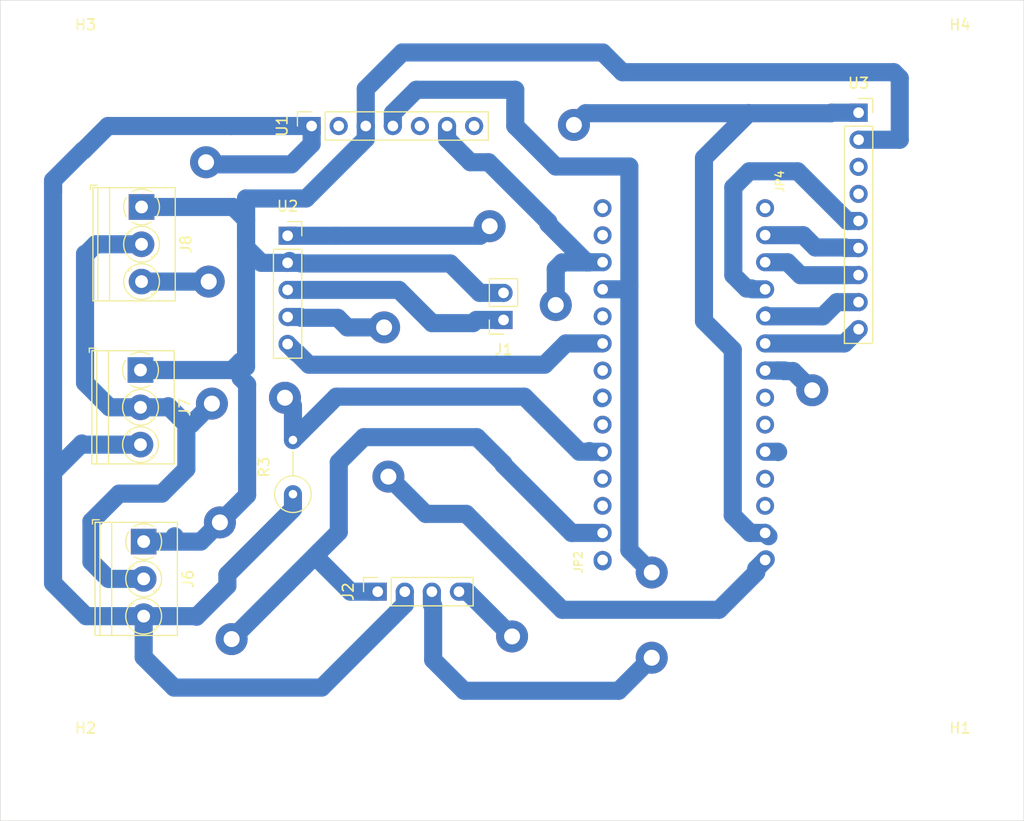
<source format=kicad_pcb>
(kicad_pcb (version 20171130) (host pcbnew 5.1.4-e60b266~84~ubuntu18.04.1)

  (general
    (thickness 1.6)
    (drawings 4)
    (tracks 229)
    (zones 0)
    (modules 15)
    (nets 13)
  )

  (page A4)
  (layers
    (0 Top signal)
    (1 Route2 signal)
    (2 Route15 signal)
    (31 Bottom signal)
    (32 B.Adhes user)
    (33 F.Adhes user)
    (34 B.Paste user)
    (35 F.Paste user)
    (36 B.SilkS user)
    (37 F.SilkS user)
    (38 B.Mask user)
    (39 F.Mask user)
    (40 Dwgs.User user)
    (41 Cmts.User user)
    (42 Eco1.User user)
    (43 Eco2.User user)
    (44 Edge.Cuts user)
    (45 Margin user)
    (46 B.CrtYd user)
    (47 F.CrtYd user)
    (48 B.Fab user)
    (49 F.Fab user)
  )

  (setup
    (last_trace_width 1.7)
    (user_trace_width 1.7)
    (user_trace_width 3)
    (trace_clearance 0.2)
    (zone_clearance 0.508)
    (zone_45_only no)
    (trace_min 0.2)
    (via_size 0.8)
    (via_drill 0.4)
    (via_min_size 0.4)
    (via_min_drill 0.3)
    (user_via 3 1.5)
    (uvia_size 0.3)
    (uvia_drill 0.1)
    (uvias_allowed no)
    (uvia_min_size 0.2)
    (uvia_min_drill 0.1)
    (edge_width 0.05)
    (segment_width 0.2)
    (pcb_text_width 0.3)
    (pcb_text_size 1.5 1.5)
    (mod_edge_width 0.12)
    (mod_text_size 1 1)
    (mod_text_width 0.15)
    (pad_size 1.524 1.524)
    (pad_drill 0.762)
    (pad_to_mask_clearance 0.051)
    (solder_mask_min_width 0.25)
    (aux_axis_origin 0 76.75)
    (visible_elements FFFFFF7F)
    (pcbplotparams
      (layerselection 0x01000_fffffff8)
      (usegerberextensions false)
      (usegerberattributes false)
      (usegerberadvancedattributes false)
      (creategerberjobfile false)
      (excludeedgelayer true)
      (linewidth 0.100000)
      (plotframeref false)
      (viasonmask false)
      (mode 1)
      (useauxorigin true)
      (hpglpennumber 1)
      (hpglpenspeed 20)
      (hpglpendiameter 15.000000)
      (psnegative false)
      (psa4output false)
      (plotreference false)
      (plotvalue false)
      (plotinvisibletext false)
      (padsonsilk false)
      (subtractmaskfromsilk false)
      (outputformat 1)
      (mirror false)
      (drillshape 0)
      (scaleselection 1)
      (outputdirectory "mill_v"))
  )

  (net 0 "")
  (net 1 GND)
  (net 2 MOSI)
  (net 3 MISO)
  (net 4 SCK)
  (net 5 +3V3)
  (net 6 "Net-(J1-Pad1)")
  (net 7 D12)
  (net 8 TIMER)
  (net 9 LORA_RST)
  (net 10 LORA_CS)
  (net 11 SDA)
  (net 12 SCL)

  (net_class Default "This is the default net class."
    (clearance 0.2)
    (trace_width 0.25)
    (via_dia 0.8)
    (via_drill 0.4)
    (uvia_dia 0.3)
    (uvia_drill 0.1)
    (add_net +3V3)
    (add_net D12)
    (add_net GND)
    (add_net LORA_CS)
    (add_net LORA_RST)
    (add_net MISO)
    (add_net MOSI)
    (add_net "Net-(J1-Pad1)")
    (add_net SCK)
    (add_net SCL)
    (add_net SDA)
    (add_net TIMER)
  )

  (module ib4:1X14_ROUND70 (layer Top) (tedit 0) (tstamp 5DA2F3C6)
    (at 56.4938 36.0154 90)
    (path /FA93C76E)
    (fp_text reference JP2 (at -17.8562 -1.8288 90) (layer F.SilkS)
      (effects (font (size 0.77216 0.77216) (thickness 0.138988)) (justify left bottom))
    )
    (fp_text value HEADER-1X14 (at -17.78 3.175 90) (layer F.Fab)
      (effects (font (size 0.38608 0.38608) (thickness 0.038608)) (justify left bottom))
    )
    (fp_line (start -17.78 -0.635) (end -17.78 0.635) (layer F.Fab) (width 0.2032))
    (fp_poly (pts (xy 3.556 0.254) (xy 4.064 0.254) (xy 4.064 -0.254) (xy 3.556 -0.254)) (layer F.Fab) (width 0))
    (fp_poly (pts (xy 1.016 0.254) (xy 1.524 0.254) (xy 1.524 -0.254) (xy 1.016 -0.254)) (layer F.Fab) (width 0))
    (fp_poly (pts (xy -1.524 0.254) (xy -1.016 0.254) (xy -1.016 -0.254) (xy -1.524 -0.254)) (layer F.Fab) (width 0))
    (fp_poly (pts (xy -4.064 0.254) (xy -3.556 0.254) (xy -3.556 -0.254) (xy -4.064 -0.254)) (layer F.Fab) (width 0))
    (fp_poly (pts (xy -6.604 0.254) (xy -6.096 0.254) (xy -6.096 -0.254) (xy -6.604 -0.254)) (layer F.Fab) (width 0))
    (fp_poly (pts (xy -9.144 0.254) (xy -8.636 0.254) (xy -8.636 -0.254) (xy -9.144 -0.254)) (layer F.Fab) (width 0))
    (fp_poly (pts (xy -11.684 0.254) (xy -11.176 0.254) (xy -11.176 -0.254) (xy -11.684 -0.254)) (layer F.Fab) (width 0))
    (fp_poly (pts (xy -14.224 0.254) (xy -13.716 0.254) (xy -13.716 -0.254) (xy -14.224 -0.254)) (layer F.Fab) (width 0))
    (fp_poly (pts (xy -16.764 0.254) (xy -16.256 0.254) (xy -16.256 -0.254) (xy -16.764 -0.254)) (layer F.Fab) (width 0))
    (fp_poly (pts (xy 6.096 0.254) (xy 6.604 0.254) (xy 6.604 -0.254) (xy 6.096 -0.254)) (layer F.Fab) (width 0))
    (fp_poly (pts (xy 8.636 0.254) (xy 9.144 0.254) (xy 9.144 -0.254) (xy 8.636 -0.254)) (layer F.Fab) (width 0))
    (fp_poly (pts (xy 11.176 0.254) (xy 11.684 0.254) (xy 11.684 -0.254) (xy 11.176 -0.254)) (layer F.Fab) (width 0))
    (fp_poly (pts (xy 13.716 0.254) (xy 14.224 0.254) (xy 14.224 -0.254) (xy 13.716 -0.254)) (layer F.Fab) (width 0))
    (fp_poly (pts (xy 16.256 0.254) (xy 16.764 0.254) (xy 16.764 -0.254) (xy 16.256 -0.254)) (layer F.Fab) (width 0))
    (pad 1 thru_hole circle (at -16.51 0 180) (size 1.6764 1.6764) (drill 1) (layers *.Cu *.Mask)
      (solder_mask_margin 0.0508))
    (pad 2 thru_hole circle (at -13.97 0 180) (size 1.6764 1.6764) (drill 1) (layers *.Cu *.Mask)
      (net 1 GND) (solder_mask_margin 0.0508))
    (pad 3 thru_hole circle (at -11.43 0 180) (size 1.6764 1.6764) (drill 1) (layers *.Cu *.Mask)
      (solder_mask_margin 0.0508))
    (pad 4 thru_hole circle (at -8.89 0 180) (size 1.6764 1.6764) (drill 1) (layers *.Cu *.Mask)
      (solder_mask_margin 0.0508))
    (pad 5 thru_hole circle (at -6.35 0 180) (size 1.6764 1.6764) (drill 1) (layers *.Cu *.Mask)
      (net 7 D12) (solder_mask_margin 0.0508))
    (pad 6 thru_hole circle (at -3.81 0 180) (size 1.6764 1.6764) (drill 1) (layers *.Cu *.Mask)
      (solder_mask_margin 0.0508))
    (pad 7 thru_hole circle (at -1.27 0 180) (size 1.6764 1.6764) (drill 1) (layers *.Cu *.Mask)
      (solder_mask_margin 0.0508))
    (pad 8 thru_hole circle (at 1.27 0 180) (size 1.6764 1.6764) (drill 1) (layers *.Cu *.Mask)
      (solder_mask_margin 0.0508))
    (pad 9 thru_hole circle (at 3.81 0 180) (size 1.6764 1.6764) (drill 1) (layers *.Cu *.Mask)
      (solder_mask_margin 0.0508))
    (pad 10 thru_hole circle (at 6.35 0 180) (size 1.6764 1.6764) (drill 1) (layers *.Cu *.Mask)
      (solder_mask_margin 0.0508))
    (pad 11 thru_hole circle (at 8.89 0 180) (size 1.6764 1.6764) (drill 1) (layers *.Cu *.Mask)
      (net 12 SCL) (solder_mask_margin 0.0508))
    (pad 12 thru_hole circle (at 11.43 0 180) (size 1.6764 1.6764) (drill 1) (layers *.Cu *.Mask)
      (net 11 SDA) (solder_mask_margin 0.0508))
    (pad 13 thru_hole circle (at 13.97 0 180) (size 1.6764 1.6764) (drill 1) (layers *.Cu *.Mask)
      (solder_mask_margin 0.0508))
    (pad 14 thru_hole circle (at 16.51 0 180) (size 1.6764 1.6764) (drill 1) (layers *.Cu *.Mask)
      (solder_mask_margin 0.0508))
  )

  (module ib4:1X14_ROUND70 (layer Top) (tedit 0) (tstamp 5DA2F426)
    (at 71.7338 36.0154 270)
    (path /47274FB3)
    (fp_text reference JP4 (at -17.8562 -1.8288 90) (layer F.SilkS)
      (effects (font (size 0.77216 0.77216) (thickness 0.138988)) (justify left bottom))
    )
    (fp_text value HEADER-1X14 (at -17.78 3.175 90) (layer F.Fab)
      (effects (font (size 0.38608 0.38608) (thickness 0.038608)) (justify left bottom))
    )
    (fp_line (start -17.78 -0.635) (end -17.78 0.635) (layer F.Fab) (width 0.2032))
    (fp_poly (pts (xy 3.556 0.254) (xy 4.064 0.254) (xy 4.064 -0.254) (xy 3.556 -0.254)) (layer F.Fab) (width 0))
    (fp_poly (pts (xy 1.016 0.254) (xy 1.524 0.254) (xy 1.524 -0.254) (xy 1.016 -0.254)) (layer F.Fab) (width 0))
    (fp_poly (pts (xy -1.524 0.254) (xy -1.016 0.254) (xy -1.016 -0.254) (xy -1.524 -0.254)) (layer F.Fab) (width 0))
    (fp_poly (pts (xy -4.064 0.254) (xy -3.556 0.254) (xy -3.556 -0.254) (xy -4.064 -0.254)) (layer F.Fab) (width 0))
    (fp_poly (pts (xy -6.604 0.254) (xy -6.096 0.254) (xy -6.096 -0.254) (xy -6.604 -0.254)) (layer F.Fab) (width 0))
    (fp_poly (pts (xy -9.144 0.254) (xy -8.636 0.254) (xy -8.636 -0.254) (xy -9.144 -0.254)) (layer F.Fab) (width 0))
    (fp_poly (pts (xy -11.684 0.254) (xy -11.176 0.254) (xy -11.176 -0.254) (xy -11.684 -0.254)) (layer F.Fab) (width 0))
    (fp_poly (pts (xy -14.224 0.254) (xy -13.716 0.254) (xy -13.716 -0.254) (xy -14.224 -0.254)) (layer F.Fab) (width 0))
    (fp_poly (pts (xy -16.764 0.254) (xy -16.256 0.254) (xy -16.256 -0.254) (xy -16.764 -0.254)) (layer F.Fab) (width 0))
    (fp_poly (pts (xy 6.096 0.254) (xy 6.604 0.254) (xy 6.604 -0.254) (xy 6.096 -0.254)) (layer F.Fab) (width 0))
    (fp_poly (pts (xy 8.636 0.254) (xy 9.144 0.254) (xy 9.144 -0.254) (xy 8.636 -0.254)) (layer F.Fab) (width 0))
    (fp_poly (pts (xy 11.176 0.254) (xy 11.684 0.254) (xy 11.684 -0.254) (xy 11.176 -0.254)) (layer F.Fab) (width 0))
    (fp_poly (pts (xy 13.716 0.254) (xy 14.224 0.254) (xy 14.224 -0.254) (xy 13.716 -0.254)) (layer F.Fab) (width 0))
    (fp_poly (pts (xy 16.256 0.254) (xy 16.764 0.254) (xy 16.764 -0.254) (xy 16.256 -0.254)) (layer F.Fab) (width 0))
    (pad 1 thru_hole circle (at -16.51 0) (size 1.6764 1.6764) (drill 1) (layers *.Cu *.Mask)
      (solder_mask_margin 0.0508))
    (pad 2 thru_hole circle (at -13.97 0) (size 1.6764 1.6764) (drill 1) (layers *.Cu *.Mask)
      (net 3 MISO) (solder_mask_margin 0.0508))
    (pad 3 thru_hole circle (at -11.43 0) (size 1.6764 1.6764) (drill 1) (layers *.Cu *.Mask)
      (net 2 MOSI) (solder_mask_margin 0.0508))
    (pad 4 thru_hole circle (at -8.89 0) (size 1.6764 1.6764) (drill 1) (layers *.Cu *.Mask)
      (net 4 SCK) (solder_mask_margin 0.0508))
    (pad 5 thru_hole circle (at -6.35 0) (size 1.6764 1.6764) (drill 1) (layers *.Cu *.Mask)
      (net 10 LORA_CS) (solder_mask_margin 0.0508))
    (pad 6 thru_hole circle (at -3.81 0) (size 1.6764 1.6764) (drill 1) (layers *.Cu *.Mask)
      (net 9 LORA_RST) (solder_mask_margin 0.0508))
    (pad 7 thru_hole circle (at -1.27 0) (size 1.6764 1.6764) (drill 1) (layers *.Cu *.Mask)
      (solder_mask_margin 0.0508))
    (pad 8 thru_hole circle (at 1.27 0) (size 1.6764 1.6764) (drill 1) (layers *.Cu *.Mask)
      (solder_mask_margin 0.0508))
    (pad 9 thru_hole circle (at 3.81 0) (size 1.6764 1.6764) (drill 1) (layers *.Cu *.Mask)
      (solder_mask_margin 0.0508))
    (pad 10 thru_hole circle (at 6.35 0) (size 1.6764 1.6764) (drill 1) (layers *.Cu *.Mask)
      (solder_mask_margin 0.0508))
    (pad 11 thru_hole circle (at 8.89 0) (size 1.6764 1.6764) (drill 1) (layers *.Cu *.Mask)
      (solder_mask_margin 0.0508))
    (pad 12 thru_hole circle (at 11.43 0) (size 1.6764 1.6764) (drill 1) (layers *.Cu *.Mask)
      (solder_mask_margin 0.0508))
    (pad 13 thru_hole circle (at 13.97 0) (size 1.6764 1.6764) (drill 1) (layers *.Cu *.Mask)
      (net 5 +3V3) (solder_mask_margin 0.0508))
    (pad 14 thru_hole circle (at 16.51 0) (size 1.6764 1.6764) (drill 1) (layers *.Cu *.Mask)
      (net 8 TIMER) (solder_mask_margin 0.0508))
  )

  (module MountingHole:MountingHole_2.7mm_M2.5 (layer Top) (tedit 56D1B4CB) (tstamp 5DBCCBB8)
    (at 90 72)
    (descr "Mounting Hole 2.7mm, no annular, M2.5")
    (tags "mounting hole 2.7mm no annular m2.5")
    (path /5D99EBDD)
    (attr virtual)
    (fp_text reference H1 (at 0 -3.7) (layer F.SilkS)
      (effects (font (size 1 1) (thickness 0.15)))
    )
    (fp_text value MountingHole (at 0 3.7) (layer F.Fab)
      (effects (font (size 1 1) (thickness 0.15)))
    )
    (fp_text user %R (at 0.3 0) (layer F.Fab)
      (effects (font (size 1 1) (thickness 0.15)))
    )
    (fp_circle (center 0 0) (end 2.7 0) (layer Cmts.User) (width 0.15))
    (fp_circle (center 0 0) (end 2.95 0) (layer F.CrtYd) (width 0.05))
    (pad 1 np_thru_hole circle (at 0 0) (size 2.7 2.7) (drill 2.7) (layers *.Cu *.Mask))
  )

  (module MountingHole:MountingHole_2.7mm_M2.5 (layer Top) (tedit 56D1B4CB) (tstamp 5D926E42)
    (at 8 72)
    (descr "Mounting Hole 2.7mm, no annular, M2.5")
    (tags "mounting hole 2.7mm no annular m2.5")
    (path /5D99FC38)
    (attr virtual)
    (fp_text reference H2 (at 0 -3.7) (layer F.SilkS)
      (effects (font (size 1 1) (thickness 0.15)))
    )
    (fp_text value MountingHole (at 0 3.7) (layer F.Fab)
      (effects (font (size 1 1) (thickness 0.15)))
    )
    (fp_text user %R (at 0.3 0) (layer F.Fab)
      (effects (font (size 1 1) (thickness 0.15)))
    )
    (fp_circle (center 0 0) (end 2.7 0) (layer Cmts.User) (width 0.15))
    (fp_circle (center 0 0) (end 2.95 0) (layer F.CrtYd) (width 0.05))
    (pad 1 np_thru_hole circle (at 0 0) (size 2.7 2.7) (drill 2.7) (layers *.Cu *.Mask))
  )

  (module MountingHole:MountingHole_2.7mm_M2.5 (layer Top) (tedit 56D1B4CB) (tstamp 5DA3066C)
    (at 8 6)
    (descr "Mounting Hole 2.7mm, no annular, M2.5")
    (tags "mounting hole 2.7mm no annular m2.5")
    (path /5D99FE70)
    (attr virtual)
    (fp_text reference H3 (at 0 -3.7) (layer F.SilkS)
      (effects (font (size 1 1) (thickness 0.15)))
    )
    (fp_text value MountingHole (at 0 3.7) (layer F.Fab)
      (effects (font (size 1 1) (thickness 0.15)))
    )
    (fp_text user %R (at -0.55 0.1) (layer F.Fab)
      (effects (font (size 1 1) (thickness 0.15)))
    )
    (fp_circle (center 0 0) (end 2.7 0) (layer Cmts.User) (width 0.15))
    (fp_circle (center 0 0) (end 2.95 0) (layer F.CrtYd) (width 0.05))
    (pad 1 np_thru_hole circle (at 0 0) (size 2.7 2.7) (drill 2.7) (layers *.Cu *.Mask))
  )

  (module MountingHole:MountingHole_2.7mm_M2.5 (layer Top) (tedit 56D1B4CB) (tstamp 5D926E57)
    (at 90 6)
    (descr "Mounting Hole 2.7mm, no annular, M2.5")
    (tags "mounting hole 2.7mm no annular m2.5")
    (path /5D99FFF4)
    (attr virtual)
    (fp_text reference H4 (at 0 -3.7) (layer F.SilkS)
      (effects (font (size 1 1) (thickness 0.15)))
    )
    (fp_text value MountingHole (at 0 3.7) (layer F.Fab)
      (effects (font (size 1 1) (thickness 0.15)))
    )
    (fp_circle (center 0 0) (end 2.95 0) (layer F.CrtYd) (width 0.05))
    (fp_circle (center 0 0) (end 2.7 0) (layer Cmts.User) (width 0.15))
    (fp_text user %R (at 0.3 0) (layer F.Fab)
      (effects (font (size 1 1) (thickness 0.15)))
    )
    (pad 1 np_thru_hole circle (at 0 0) (size 2.7 2.7) (drill 2.7) (layers *.Cu *.Mask))
  )

  (module Connector_PinSocket_2.54mm:PinSocket_1x02_P2.54mm_Vertical (layer Top) (tedit 5A19A420) (tstamp 5DBCCC0B)
    (at 47.2 30 180)
    (descr "Through hole straight socket strip, 1x02, 2.54mm pitch, single row (from Kicad 4.0.7), script generated")
    (tags "Through hole socket strip THT 1x02 2.54mm single row")
    (path /5DBD7C27)
    (fp_text reference J1 (at 0 -2.77) (layer F.SilkS)
      (effects (font (size 1 1) (thickness 0.15)))
    )
    (fp_text value Conn_01x02_Female (at 0 5.31) (layer F.Fab)
      (effects (font (size 1 1) (thickness 0.15)))
    )
    (fp_text user %R (at 0 1.27 90) (layer F.Fab)
      (effects (font (size 1 1) (thickness 0.15)))
    )
    (fp_line (start -1.8 4.3) (end -1.8 -1.8) (layer F.CrtYd) (width 0.05))
    (fp_line (start 1.75 4.3) (end -1.8 4.3) (layer F.CrtYd) (width 0.05))
    (fp_line (start 1.75 -1.8) (end 1.75 4.3) (layer F.CrtYd) (width 0.05))
    (fp_line (start -1.8 -1.8) (end 1.75 -1.8) (layer F.CrtYd) (width 0.05))
    (fp_line (start 0 -1.33) (end 1.33 -1.33) (layer F.SilkS) (width 0.12))
    (fp_line (start 1.33 -1.33) (end 1.33 0) (layer F.SilkS) (width 0.12))
    (fp_line (start 1.33 1.27) (end 1.33 3.87) (layer F.SilkS) (width 0.12))
    (fp_line (start -1.33 3.87) (end 1.33 3.87) (layer F.SilkS) (width 0.12))
    (fp_line (start -1.33 1.27) (end -1.33 3.87) (layer F.SilkS) (width 0.12))
    (fp_line (start -1.33 1.27) (end 1.33 1.27) (layer F.SilkS) (width 0.12))
    (fp_line (start -1.27 3.81) (end -1.27 -1.27) (layer F.Fab) (width 0.1))
    (fp_line (start 1.27 3.81) (end -1.27 3.81) (layer F.Fab) (width 0.1))
    (fp_line (start 1.27 -0.635) (end 1.27 3.81) (layer F.Fab) (width 0.1))
    (fp_line (start 0.635 -1.27) (end 1.27 -0.635) (layer F.Fab) (width 0.1))
    (fp_line (start -1.27 -1.27) (end 0.635 -1.27) (layer F.Fab) (width 0.1))
    (pad 2 thru_hole oval (at 0 2.54 180) (size 1.7 1.7) (drill 1) (layers *.Cu *.Mask)
      (net 1 GND))
    (pad 1 thru_hole rect (at 0 0 180) (size 1.7 1.7) (drill 1) (layers *.Cu *.Mask)
      (net 6 "Net-(J1-Pad1)"))
    (model ${KISYS3DMOD}/Connector_PinSocket_2.54mm.3dshapes/PinSocket_1x02_P2.54mm_Vertical.wrl
      (at (xyz 0 0 0))
      (scale (xyz 1 1 1))
      (rotate (xyz 0 0 0))
    )
  )

  (module TerminalBlock_Phoenix:TerminalBlock_Phoenix_PT-1,5-3-3.5-H_1x03_P3.50mm_Horizontal (layer Top) (tedit 5B294F3F) (tstamp 5DBCDC66)
    (at 13.45 50.8 270)
    (descr "Terminal Block Phoenix PT-1,5-3-3.5-H, 3 pins, pitch 3.5mm, size 10.5x7.6mm^2, drill diamater 1.2mm, pad diameter 2.4mm, see , script-generated using https://github.com/pointhi/kicad-footprint-generator/scripts/TerminalBlock_Phoenix")
    (tags "THT Terminal Block Phoenix PT-1,5-3-3.5-H pitch 3.5mm size 10.5x7.6mm^2 drill 1.2mm pad 2.4mm")
    (path /5DC8DC36)
    (fp_text reference J6 (at 3.5 -4.16 90) (layer F.SilkS)
      (effects (font (size 1 1) (thickness 0.15)))
    )
    (fp_text value Screw_Terminal_01x03 (at 3.5 5.56 90) (layer F.Fab)
      (effects (font (size 1 1) (thickness 0.15)))
    )
    (fp_text user %R (at 3.5 2.4 90) (layer F.Fab)
      (effects (font (size 1 1) (thickness 0.15)))
    )
    (fp_line (start 9.25 -3.6) (end -2.25 -3.6) (layer F.CrtYd) (width 0.05))
    (fp_line (start 9.25 5) (end 9.25 -3.6) (layer F.CrtYd) (width 0.05))
    (fp_line (start -2.25 5) (end 9.25 5) (layer F.CrtYd) (width 0.05))
    (fp_line (start -2.25 -3.6) (end -2.25 5) (layer F.CrtYd) (width 0.05))
    (fp_line (start -2.05 4.8) (end -1.65 4.8) (layer F.SilkS) (width 0.12))
    (fp_line (start -2.05 4.16) (end -2.05 4.8) (layer F.SilkS) (width 0.12))
    (fp_line (start 5.855 0.941) (end 5.726 1.069) (layer F.SilkS) (width 0.12))
    (fp_line (start 8.07 -1.275) (end 7.976 -1.181) (layer F.SilkS) (width 0.12))
    (fp_line (start 6.025 1.181) (end 5.931 1.274) (layer F.SilkS) (width 0.12))
    (fp_line (start 8.275 -1.069) (end 8.146 -0.941) (layer F.SilkS) (width 0.12))
    (fp_line (start 7.955 -1.138) (end 5.863 0.955) (layer F.Fab) (width 0.1))
    (fp_line (start 8.138 -0.955) (end 6.046 1.138) (layer F.Fab) (width 0.1))
    (fp_line (start 2.355 0.941) (end 2.226 1.069) (layer F.SilkS) (width 0.12))
    (fp_line (start 4.57 -1.275) (end 4.476 -1.181) (layer F.SilkS) (width 0.12))
    (fp_line (start 2.525 1.181) (end 2.431 1.274) (layer F.SilkS) (width 0.12))
    (fp_line (start 4.775 -1.069) (end 4.646 -0.941) (layer F.SilkS) (width 0.12))
    (fp_line (start 4.455 -1.138) (end 2.363 0.955) (layer F.Fab) (width 0.1))
    (fp_line (start 4.638 -0.955) (end 2.546 1.138) (layer F.Fab) (width 0.1))
    (fp_line (start 0.955 -1.138) (end -1.138 0.955) (layer F.Fab) (width 0.1))
    (fp_line (start 1.138 -0.955) (end -0.955 1.138) (layer F.Fab) (width 0.1))
    (fp_line (start 8.81 -3.16) (end 8.81 4.56) (layer F.SilkS) (width 0.12))
    (fp_line (start -1.81 -3.16) (end -1.81 4.56) (layer F.SilkS) (width 0.12))
    (fp_line (start -1.81 4.56) (end 8.81 4.56) (layer F.SilkS) (width 0.12))
    (fp_line (start -1.81 -3.16) (end 8.81 -3.16) (layer F.SilkS) (width 0.12))
    (fp_line (start -1.81 3) (end 8.81 3) (layer F.SilkS) (width 0.12))
    (fp_line (start -1.75 3) (end 8.75 3) (layer F.Fab) (width 0.1))
    (fp_line (start -1.81 4.1) (end 8.81 4.1) (layer F.SilkS) (width 0.12))
    (fp_line (start -1.75 4.1) (end 8.75 4.1) (layer F.Fab) (width 0.1))
    (fp_line (start -1.75 4.1) (end -1.75 -3.1) (layer F.Fab) (width 0.1))
    (fp_line (start -1.35 4.5) (end -1.75 4.1) (layer F.Fab) (width 0.1))
    (fp_line (start 8.75 4.5) (end -1.35 4.5) (layer F.Fab) (width 0.1))
    (fp_line (start 8.75 -3.1) (end 8.75 4.5) (layer F.Fab) (width 0.1))
    (fp_line (start -1.75 -3.1) (end 8.75 -3.1) (layer F.Fab) (width 0.1))
    (fp_circle (center 7 0) (end 8.68 0) (layer F.SilkS) (width 0.12))
    (fp_circle (center 7 0) (end 8.5 0) (layer F.Fab) (width 0.1))
    (fp_circle (center 3.5 0) (end 5.18 0) (layer F.SilkS) (width 0.12))
    (fp_circle (center 3.5 0) (end 5 0) (layer F.Fab) (width 0.1))
    (fp_circle (center 0 0) (end 1.5 0) (layer F.Fab) (width 0.1))
    (fp_arc (start 0 0) (end -0.866 1.44) (angle -32) (layer F.SilkS) (width 0.12))
    (fp_arc (start 0 0) (end -1.44 -0.866) (angle -63) (layer F.SilkS) (width 0.12))
    (fp_arc (start 0 0) (end 0.866 -1.44) (angle -63) (layer F.SilkS) (width 0.12))
    (fp_arc (start 0 0) (end 1.425 0.891) (angle -64) (layer F.SilkS) (width 0.12))
    (fp_arc (start 0 0) (end 0 1.68) (angle -32) (layer F.SilkS) (width 0.12))
    (pad 3 thru_hole circle (at 7 0 270) (size 2.4 2.4) (drill 1.2) (layers *.Cu *.Mask)
      (net 5 +3V3))
    (pad 2 thru_hole circle (at 3.5 0 270) (size 2.4 2.4) (drill 1.2) (layers *.Cu *.Mask)
      (net 7 D12))
    (pad 1 thru_hole rect (at 0 0 270) (size 2.4 2.4) (drill 1.2) (layers *.Cu *.Mask)
      (net 1 GND))
    (model ${KISYS3DMOD}/TerminalBlock_Phoenix.3dshapes/TerminalBlock_Phoenix_PT-1,5-3-3.5-H_1x03_P3.50mm_Horizontal.wrl
      (at (xyz 0 0 0))
      (scale (xyz 1 1 1))
      (rotate (xyz 0 0 0))
    )
  )

  (module TerminalBlock_Phoenix:TerminalBlock_Phoenix_PT-1,5-3-3.5-H_1x03_P3.50mm_Horizontal (layer Top) (tedit 5B294F3F) (tstamp 5DBCAFDA)
    (at 13.15 34.7 270)
    (descr "Terminal Block Phoenix PT-1,5-3-3.5-H, 3 pins, pitch 3.5mm, size 10.5x7.6mm^2, drill diamater 1.2mm, pad diameter 2.4mm, see , script-generated using https://github.com/pointhi/kicad-footprint-generator/scripts/TerminalBlock_Phoenix")
    (tags "THT Terminal Block Phoenix PT-1,5-3-3.5-H pitch 3.5mm size 10.5x7.6mm^2 drill 1.2mm pad 2.4mm")
    (path /5DC8F0B0)
    (fp_text reference J7 (at 3.5 -4.16 90) (layer F.SilkS)
      (effects (font (size 1 1) (thickness 0.15)))
    )
    (fp_text value Screw_Terminal_01x03 (at 3.5 5.56 90) (layer F.Fab)
      (effects (font (size 1 1) (thickness 0.15)))
    )
    (fp_arc (start 0 0) (end 0 1.68) (angle -32) (layer F.SilkS) (width 0.12))
    (fp_arc (start 0 0) (end 1.425 0.891) (angle -64) (layer F.SilkS) (width 0.12))
    (fp_arc (start 0 0) (end 0.866 -1.44) (angle -63) (layer F.SilkS) (width 0.12))
    (fp_arc (start 0 0) (end -1.44 -0.866) (angle -63) (layer F.SilkS) (width 0.12))
    (fp_arc (start 0 0) (end -0.866 1.44) (angle -32) (layer F.SilkS) (width 0.12))
    (fp_circle (center 0 0) (end 1.5 0) (layer F.Fab) (width 0.1))
    (fp_circle (center 3.5 0) (end 5 0) (layer F.Fab) (width 0.1))
    (fp_circle (center 3.5 0) (end 5.18 0) (layer F.SilkS) (width 0.12))
    (fp_circle (center 7 0) (end 8.5 0) (layer F.Fab) (width 0.1))
    (fp_circle (center 7 0) (end 8.68 0) (layer F.SilkS) (width 0.12))
    (fp_line (start -1.75 -3.1) (end 8.75 -3.1) (layer F.Fab) (width 0.1))
    (fp_line (start 8.75 -3.1) (end 8.75 4.5) (layer F.Fab) (width 0.1))
    (fp_line (start 8.75 4.5) (end -1.35 4.5) (layer F.Fab) (width 0.1))
    (fp_line (start -1.35 4.5) (end -1.75 4.1) (layer F.Fab) (width 0.1))
    (fp_line (start -1.75 4.1) (end -1.75 -3.1) (layer F.Fab) (width 0.1))
    (fp_line (start -1.75 4.1) (end 8.75 4.1) (layer F.Fab) (width 0.1))
    (fp_line (start -1.81 4.1) (end 8.81 4.1) (layer F.SilkS) (width 0.12))
    (fp_line (start -1.75 3) (end 8.75 3) (layer F.Fab) (width 0.1))
    (fp_line (start -1.81 3) (end 8.81 3) (layer F.SilkS) (width 0.12))
    (fp_line (start -1.81 -3.16) (end 8.81 -3.16) (layer F.SilkS) (width 0.12))
    (fp_line (start -1.81 4.56) (end 8.81 4.56) (layer F.SilkS) (width 0.12))
    (fp_line (start -1.81 -3.16) (end -1.81 4.56) (layer F.SilkS) (width 0.12))
    (fp_line (start 8.81 -3.16) (end 8.81 4.56) (layer F.SilkS) (width 0.12))
    (fp_line (start 1.138 -0.955) (end -0.955 1.138) (layer F.Fab) (width 0.1))
    (fp_line (start 0.955 -1.138) (end -1.138 0.955) (layer F.Fab) (width 0.1))
    (fp_line (start 4.638 -0.955) (end 2.546 1.138) (layer F.Fab) (width 0.1))
    (fp_line (start 4.455 -1.138) (end 2.363 0.955) (layer F.Fab) (width 0.1))
    (fp_line (start 4.775 -1.069) (end 4.646 -0.941) (layer F.SilkS) (width 0.12))
    (fp_line (start 2.525 1.181) (end 2.431 1.274) (layer F.SilkS) (width 0.12))
    (fp_line (start 4.57 -1.275) (end 4.476 -1.181) (layer F.SilkS) (width 0.12))
    (fp_line (start 2.355 0.941) (end 2.226 1.069) (layer F.SilkS) (width 0.12))
    (fp_line (start 8.138 -0.955) (end 6.046 1.138) (layer F.Fab) (width 0.1))
    (fp_line (start 7.955 -1.138) (end 5.863 0.955) (layer F.Fab) (width 0.1))
    (fp_line (start 8.275 -1.069) (end 8.146 -0.941) (layer F.SilkS) (width 0.12))
    (fp_line (start 6.025 1.181) (end 5.931 1.274) (layer F.SilkS) (width 0.12))
    (fp_line (start 8.07 -1.275) (end 7.976 -1.181) (layer F.SilkS) (width 0.12))
    (fp_line (start 5.855 0.941) (end 5.726 1.069) (layer F.SilkS) (width 0.12))
    (fp_line (start -2.05 4.16) (end -2.05 4.8) (layer F.SilkS) (width 0.12))
    (fp_line (start -2.05 4.8) (end -1.65 4.8) (layer F.SilkS) (width 0.12))
    (fp_line (start -2.25 -3.6) (end -2.25 5) (layer F.CrtYd) (width 0.05))
    (fp_line (start -2.25 5) (end 9.25 5) (layer F.CrtYd) (width 0.05))
    (fp_line (start 9.25 5) (end 9.25 -3.6) (layer F.CrtYd) (width 0.05))
    (fp_line (start 9.25 -3.6) (end -2.25 -3.6) (layer F.CrtYd) (width 0.05))
    (fp_text user %R (at 3.5 2.4 90) (layer F.Fab)
      (effects (font (size 1 1) (thickness 0.15)))
    )
    (pad 1 thru_hole rect (at 0 0 270) (size 2.4 2.4) (drill 1.2) (layers *.Cu *.Mask)
      (net 1 GND))
    (pad 2 thru_hole circle (at 3.5 0 270) (size 2.4 2.4) (drill 1.2) (layers *.Cu *.Mask)
      (net 7 D12))
    (pad 3 thru_hole circle (at 7 0 270) (size 2.4 2.4) (drill 1.2) (layers *.Cu *.Mask)
      (net 5 +3V3))
    (model ${KISYS3DMOD}/TerminalBlock_Phoenix.3dshapes/TerminalBlock_Phoenix_PT-1,5-3-3.5-H_1x03_P3.50mm_Horizontal.wrl
      (at (xyz 0 0 0))
      (scale (xyz 1 1 1))
      (rotate (xyz 0 0 0))
    )
  )

  (module TerminalBlock_Phoenix:TerminalBlock_Phoenix_PT-1,5-3-3.5-H_1x03_P3.50mm_Horizontal (layer Top) (tedit 5B294F3F) (tstamp 5DBCB00D)
    (at 13.25 19.4 270)
    (descr "Terminal Block Phoenix PT-1,5-3-3.5-H, 3 pins, pitch 3.5mm, size 10.5x7.6mm^2, drill diamater 1.2mm, pad diameter 2.4mm, see , script-generated using https://github.com/pointhi/kicad-footprint-generator/scripts/TerminalBlock_Phoenix")
    (tags "THT Terminal Block Phoenix PT-1,5-3-3.5-H pitch 3.5mm size 10.5x7.6mm^2 drill 1.2mm pad 2.4mm")
    (path /5DCAC7D5)
    (fp_text reference J8 (at 3.5 -4.16 90) (layer F.SilkS)
      (effects (font (size 1 1) (thickness 0.15)))
    )
    (fp_text value Screw_Terminal_01x03 (at 3.5 5.56 90) (layer F.Fab)
      (effects (font (size 1 1) (thickness 0.15)))
    )
    (fp_text user %R (at 3.5 2.4 90) (layer F.Fab)
      (effects (font (size 1 1) (thickness 0.15)))
    )
    (fp_line (start 9.25 -3.6) (end -2.25 -3.6) (layer F.CrtYd) (width 0.05))
    (fp_line (start 9.25 5) (end 9.25 -3.6) (layer F.CrtYd) (width 0.05))
    (fp_line (start -2.25 5) (end 9.25 5) (layer F.CrtYd) (width 0.05))
    (fp_line (start -2.25 -3.6) (end -2.25 5) (layer F.CrtYd) (width 0.05))
    (fp_line (start -2.05 4.8) (end -1.65 4.8) (layer F.SilkS) (width 0.12))
    (fp_line (start -2.05 4.16) (end -2.05 4.8) (layer F.SilkS) (width 0.12))
    (fp_line (start 5.855 0.941) (end 5.726 1.069) (layer F.SilkS) (width 0.12))
    (fp_line (start 8.07 -1.275) (end 7.976 -1.181) (layer F.SilkS) (width 0.12))
    (fp_line (start 6.025 1.181) (end 5.931 1.274) (layer F.SilkS) (width 0.12))
    (fp_line (start 8.275 -1.069) (end 8.146 -0.941) (layer F.SilkS) (width 0.12))
    (fp_line (start 7.955 -1.138) (end 5.863 0.955) (layer F.Fab) (width 0.1))
    (fp_line (start 8.138 -0.955) (end 6.046 1.138) (layer F.Fab) (width 0.1))
    (fp_line (start 2.355 0.941) (end 2.226 1.069) (layer F.SilkS) (width 0.12))
    (fp_line (start 4.57 -1.275) (end 4.476 -1.181) (layer F.SilkS) (width 0.12))
    (fp_line (start 2.525 1.181) (end 2.431 1.274) (layer F.SilkS) (width 0.12))
    (fp_line (start 4.775 -1.069) (end 4.646 -0.941) (layer F.SilkS) (width 0.12))
    (fp_line (start 4.455 -1.138) (end 2.363 0.955) (layer F.Fab) (width 0.1))
    (fp_line (start 4.638 -0.955) (end 2.546 1.138) (layer F.Fab) (width 0.1))
    (fp_line (start 0.955 -1.138) (end -1.138 0.955) (layer F.Fab) (width 0.1))
    (fp_line (start 1.138 -0.955) (end -0.955 1.138) (layer F.Fab) (width 0.1))
    (fp_line (start 8.81 -3.16) (end 8.81 4.56) (layer F.SilkS) (width 0.12))
    (fp_line (start -1.81 -3.16) (end -1.81 4.56) (layer F.SilkS) (width 0.12))
    (fp_line (start -1.81 4.56) (end 8.81 4.56) (layer F.SilkS) (width 0.12))
    (fp_line (start -1.81 -3.16) (end 8.81 -3.16) (layer F.SilkS) (width 0.12))
    (fp_line (start -1.81 3) (end 8.81 3) (layer F.SilkS) (width 0.12))
    (fp_line (start -1.75 3) (end 8.75 3) (layer F.Fab) (width 0.1))
    (fp_line (start -1.81 4.1) (end 8.81 4.1) (layer F.SilkS) (width 0.12))
    (fp_line (start -1.75 4.1) (end 8.75 4.1) (layer F.Fab) (width 0.1))
    (fp_line (start -1.75 4.1) (end -1.75 -3.1) (layer F.Fab) (width 0.1))
    (fp_line (start -1.35 4.5) (end -1.75 4.1) (layer F.Fab) (width 0.1))
    (fp_line (start 8.75 4.5) (end -1.35 4.5) (layer F.Fab) (width 0.1))
    (fp_line (start 8.75 -3.1) (end 8.75 4.5) (layer F.Fab) (width 0.1))
    (fp_line (start -1.75 -3.1) (end 8.75 -3.1) (layer F.Fab) (width 0.1))
    (fp_circle (center 7 0) (end 8.68 0) (layer F.SilkS) (width 0.12))
    (fp_circle (center 7 0) (end 8.5 0) (layer F.Fab) (width 0.1))
    (fp_circle (center 3.5 0) (end 5.18 0) (layer F.SilkS) (width 0.12))
    (fp_circle (center 3.5 0) (end 5 0) (layer F.Fab) (width 0.1))
    (fp_circle (center 0 0) (end 1.5 0) (layer F.Fab) (width 0.1))
    (fp_arc (start 0 0) (end -0.866 1.44) (angle -32) (layer F.SilkS) (width 0.12))
    (fp_arc (start 0 0) (end -1.44 -0.866) (angle -63) (layer F.SilkS) (width 0.12))
    (fp_arc (start 0 0) (end 0.866 -1.44) (angle -63) (layer F.SilkS) (width 0.12))
    (fp_arc (start 0 0) (end 1.425 0.891) (angle -64) (layer F.SilkS) (width 0.12))
    (fp_arc (start 0 0) (end 0 1.68) (angle -32) (layer F.SilkS) (width 0.12))
    (pad 3 thru_hole circle (at 7 0 270) (size 2.4 2.4) (drill 1.2) (layers *.Cu *.Mask)
      (net 5 +3V3))
    (pad 2 thru_hole circle (at 3.5 0 270) (size 2.4 2.4) (drill 1.2) (layers *.Cu *.Mask)
      (net 7 D12))
    (pad 1 thru_hole rect (at 0 0 270) (size 2.4 2.4) (drill 1.2) (layers *.Cu *.Mask)
      (net 1 GND))
    (model ${KISYS3DMOD}/TerminalBlock_Phoenix.3dshapes/TerminalBlock_Phoenix_PT-1,5-3-3.5-H_1x03_P3.50mm_Horizontal.wrl
      (at (xyz 0 0 0))
      (scale (xyz 1 1 1))
      (rotate (xyz 0 0 0))
    )
  )

  (module Resistor_THT:R_Axial_DIN0309_L9.0mm_D3.2mm_P5.08mm_Vertical (layer Top) (tedit 5AE5139B) (tstamp 5DBCB0CC)
    (at 27.45 46.35 90)
    (descr "Resistor, Axial_DIN0309 series, Axial, Vertical, pin pitch=5.08mm, 0.5W = 1/2W, length*diameter=9*3.2mm^2, http://cdn-reichelt.de/documents/datenblatt/B400/1_4W%23YAG.pdf")
    (tags "Resistor Axial_DIN0309 series Axial Vertical pin pitch 5.08mm 0.5W = 1/2W length 9mm diameter 3.2mm")
    (path /5DC90C9F)
    (fp_text reference R3 (at 2.54 -2.72 90) (layer F.SilkS)
      (effects (font (size 1 1) (thickness 0.15)))
    )
    (fp_text value R (at 2.54 2.72 90) (layer F.Fab)
      (effects (font (size 1 1) (thickness 0.15)))
    )
    (fp_circle (center 0 0) (end 1.6 0) (layer F.Fab) (width 0.1))
    (fp_circle (center 0 0) (end 1.72 0) (layer F.SilkS) (width 0.12))
    (fp_line (start 0 0) (end 5.08 0) (layer F.Fab) (width 0.1))
    (fp_line (start 1.72 0) (end 3.98 0) (layer F.SilkS) (width 0.12))
    (fp_line (start -1.85 -1.85) (end -1.85 1.85) (layer F.CrtYd) (width 0.05))
    (fp_line (start -1.85 1.85) (end 6.13 1.85) (layer F.CrtYd) (width 0.05))
    (fp_line (start 6.13 1.85) (end 6.13 -1.85) (layer F.CrtYd) (width 0.05))
    (fp_line (start 6.13 -1.85) (end -1.85 -1.85) (layer F.CrtYd) (width 0.05))
    (fp_text user %R (at 2.54 -2.72 90) (layer F.Fab)
      (effects (font (size 1 1) (thickness 0.15)))
    )
    (pad 1 thru_hole circle (at 0 0 90) (size 1.6 1.6) (drill 0.8) (layers *.Cu *.Mask)
      (net 5 +3V3))
    (pad 2 thru_hole oval (at 5.08 0 90) (size 1.6 1.6) (drill 0.8) (layers *.Cu *.Mask)
      (net 7 D12))
    (model ${KISYS3DMOD}/Resistor_THT.3dshapes/R_Axial_DIN0309_L9.0mm_D3.2mm_P5.08mm_Vertical.wrl
      (at (xyz 0 0 0))
      (scale (xyz 1 1 1))
      (rotate (xyz 0 0 0))
    )
  )

  (module Connector_PinSocket_2.54mm:PinSocket_1x05_P2.54mm_Vertical (layer Top) (tedit 5A19A420) (tstamp 5DBCB0FF)
    (at 26.95 22.1)
    (descr "Through hole straight socket strip, 1x05, 2.54mm pitch, single row (from Kicad 4.0.7), script generated")
    (tags "Through hole socket strip THT 1x05 2.54mm single row")
    (path /5DBCD3E9)
    (fp_text reference U2 (at 0 -2.77) (layer F.SilkS)
      (effects (font (size 1 1) (thickness 0.15)))
    )
    (fp_text value tpl5110 (at 0 12.93) (layer F.Fab)
      (effects (font (size 1 1) (thickness 0.15)))
    )
    (fp_text user %R (at 0 5.08 90) (layer F.Fab)
      (effects (font (size 1 1) (thickness 0.15)))
    )
    (fp_line (start -1.8 11.9) (end -1.8 -1.8) (layer F.CrtYd) (width 0.05))
    (fp_line (start 1.75 11.9) (end -1.8 11.9) (layer F.CrtYd) (width 0.05))
    (fp_line (start 1.75 -1.8) (end 1.75 11.9) (layer F.CrtYd) (width 0.05))
    (fp_line (start -1.8 -1.8) (end 1.75 -1.8) (layer F.CrtYd) (width 0.05))
    (fp_line (start 0 -1.33) (end 1.33 -1.33) (layer F.SilkS) (width 0.12))
    (fp_line (start 1.33 -1.33) (end 1.33 0) (layer F.SilkS) (width 0.12))
    (fp_line (start 1.33 1.27) (end 1.33 11.49) (layer F.SilkS) (width 0.12))
    (fp_line (start -1.33 11.49) (end 1.33 11.49) (layer F.SilkS) (width 0.12))
    (fp_line (start -1.33 1.27) (end -1.33 11.49) (layer F.SilkS) (width 0.12))
    (fp_line (start -1.33 1.27) (end 1.33 1.27) (layer F.SilkS) (width 0.12))
    (fp_line (start -1.27 11.43) (end -1.27 -1.27) (layer F.Fab) (width 0.1))
    (fp_line (start 1.27 11.43) (end -1.27 11.43) (layer F.Fab) (width 0.1))
    (fp_line (start 1.27 -0.635) (end 1.27 11.43) (layer F.Fab) (width 0.1))
    (fp_line (start 0.635 -1.27) (end 1.27 -0.635) (layer F.Fab) (width 0.1))
    (fp_line (start -1.27 -1.27) (end 0.635 -1.27) (layer F.Fab) (width 0.1))
    (pad 5 thru_hole oval (at 0 10.16) (size 1.7 1.7) (drill 1) (layers *.Cu *.Mask))
    (pad 4 thru_hole oval (at 0 7.62) (size 1.7 1.7) (drill 1) (layers *.Cu *.Mask)
      (net 8 TIMER))
    (pad 3 thru_hole oval (at 0 5.08) (size 1.7 1.7) (drill 1) (layers *.Cu *.Mask)
      (net 6 "Net-(J1-Pad1)"))
    (pad 2 thru_hole oval (at 0 2.54) (size 1.7 1.7) (drill 1) (layers *.Cu *.Mask)
      (net 1 GND))
    (pad 1 thru_hole rect (at 0 0) (size 1.7 1.7) (drill 1) (layers *.Cu *.Mask)
      (net 5 +3V3))
    (model ${KISYS3DMOD}/Connector_PinSocket_2.54mm.3dshapes/PinSocket_1x05_P2.54mm_Vertical.wrl
      (at (xyz 0 0 0))
      (scale (xyz 1 1 1))
      (rotate (xyz 0 0 0))
    )
  )

  (module Connector_PinSocket_2.54mm:PinSocket_1x09_P2.54mm_Vertical (layer Top) (tedit 5A19A431) (tstamp 5DBCBD25)
    (at 80.5 10.55)
    (descr "Through hole straight socket strip, 1x09, 2.54mm pitch, single row (from Kicad 4.0.7), script generated")
    (tags "Through hole socket strip THT 1x09 2.54mm single row")
    (path /5DCB628E)
    (fp_text reference U3 (at 0 -2.77) (layer F.SilkS)
      (effects (font (size 1 1) (thickness 0.15)))
    )
    (fp_text value lora_breakout (at 0 23.09) (layer F.Fab)
      (effects (font (size 1 1) (thickness 0.15)))
    )
    (fp_text user %R (at 0 10.16 90) (layer F.Fab)
      (effects (font (size 1 1) (thickness 0.15)))
    )
    (fp_line (start -1.8 22.1) (end -1.8 -1.8) (layer F.CrtYd) (width 0.05))
    (fp_line (start 1.75 22.1) (end -1.8 22.1) (layer F.CrtYd) (width 0.05))
    (fp_line (start 1.75 -1.8) (end 1.75 22.1) (layer F.CrtYd) (width 0.05))
    (fp_line (start -1.8 -1.8) (end 1.75 -1.8) (layer F.CrtYd) (width 0.05))
    (fp_line (start 0 -1.33) (end 1.33 -1.33) (layer F.SilkS) (width 0.12))
    (fp_line (start 1.33 -1.33) (end 1.33 0) (layer F.SilkS) (width 0.12))
    (fp_line (start 1.33 1.27) (end 1.33 21.65) (layer F.SilkS) (width 0.12))
    (fp_line (start -1.33 21.65) (end 1.33 21.65) (layer F.SilkS) (width 0.12))
    (fp_line (start -1.33 1.27) (end -1.33 21.65) (layer F.SilkS) (width 0.12))
    (fp_line (start -1.33 1.27) (end 1.33 1.27) (layer F.SilkS) (width 0.12))
    (fp_line (start -1.27 21.59) (end -1.27 -1.27) (layer F.Fab) (width 0.1))
    (fp_line (start 1.27 21.59) (end -1.27 21.59) (layer F.Fab) (width 0.1))
    (fp_line (start 1.27 -0.635) (end 1.27 21.59) (layer F.Fab) (width 0.1))
    (fp_line (start 0.635 -1.27) (end 1.27 -0.635) (layer F.Fab) (width 0.1))
    (fp_line (start -1.27 -1.27) (end 0.635 -1.27) (layer F.Fab) (width 0.1))
    (pad 9 thru_hole oval (at 0 20.32) (size 1.7 1.7) (drill 1) (layers *.Cu *.Mask)
      (net 9 LORA_RST))
    (pad 8 thru_hole oval (at 0 17.78) (size 1.7 1.7) (drill 1) (layers *.Cu *.Mask)
      (net 10 LORA_CS))
    (pad 7 thru_hole oval (at 0 15.24) (size 1.7 1.7) (drill 1) (layers *.Cu *.Mask)
      (net 2 MOSI))
    (pad 6 thru_hole oval (at 0 12.7) (size 1.7 1.7) (drill 1) (layers *.Cu *.Mask)
      (net 3 MISO))
    (pad 5 thru_hole oval (at 0 10.16) (size 1.7 1.7) (drill 1) (layers *.Cu *.Mask)
      (net 4 SCK))
    (pad 4 thru_hole oval (at 0 7.62) (size 1.7 1.7) (drill 1) (layers *.Cu *.Mask))
    (pad 3 thru_hole oval (at 0 5.08) (size 1.7 1.7) (drill 1) (layers *.Cu *.Mask))
    (pad 2 thru_hole oval (at 0 2.54) (size 1.7 1.7) (drill 1) (layers *.Cu *.Mask)
      (net 1 GND))
    (pad 1 thru_hole rect (at 0 0) (size 1.7 1.7) (drill 1) (layers *.Cu *.Mask)
      (net 5 +3V3))
    (model ${KISYS3DMOD}/Connector_PinSocket_2.54mm.3dshapes/PinSocket_1x09_P2.54mm_Vertical.wrl
      (at (xyz 0 0 0))
      (scale (xyz 1 1 1))
      (rotate (xyz 0 0 0))
    )
  )

  (module Connector_PinSocket_2.54mm:PinSocket_1x07_P2.54mm_Vertical (layer Top) (tedit 5A19A433) (tstamp 5DBD20F3)
    (at 29.2 11.8 90)
    (descr "Through hole straight socket strip, 1x07, 2.54mm pitch, single row (from Kicad 4.0.7), script generated")
    (tags "Through hole socket strip THT 1x07 2.54mm single row")
    (path /5DBF0190)
    (fp_text reference U1 (at 0 -2.77 90) (layer F.SilkS)
      (effects (font (size 1 1) (thickness 0.15)))
    )
    (fp_text value bme280 (at 0 18.01 90) (layer F.Fab)
      (effects (font (size 1 1) (thickness 0.15)))
    )
    (fp_text user %R (at 0 7.62) (layer F.Fab)
      (effects (font (size 1 1) (thickness 0.15)))
    )
    (fp_line (start -1.8 17) (end -1.8 -1.8) (layer F.CrtYd) (width 0.05))
    (fp_line (start 1.75 17) (end -1.8 17) (layer F.CrtYd) (width 0.05))
    (fp_line (start 1.75 -1.8) (end 1.75 17) (layer F.CrtYd) (width 0.05))
    (fp_line (start -1.8 -1.8) (end 1.75 -1.8) (layer F.CrtYd) (width 0.05))
    (fp_line (start 0 -1.33) (end 1.33 -1.33) (layer F.SilkS) (width 0.12))
    (fp_line (start 1.33 -1.33) (end 1.33 0) (layer F.SilkS) (width 0.12))
    (fp_line (start 1.33 1.27) (end 1.33 16.57) (layer F.SilkS) (width 0.12))
    (fp_line (start -1.33 16.57) (end 1.33 16.57) (layer F.SilkS) (width 0.12))
    (fp_line (start -1.33 1.27) (end -1.33 16.57) (layer F.SilkS) (width 0.12))
    (fp_line (start -1.33 1.27) (end 1.33 1.27) (layer F.SilkS) (width 0.12))
    (fp_line (start -1.27 16.51) (end -1.27 -1.27) (layer F.Fab) (width 0.1))
    (fp_line (start 1.27 16.51) (end -1.27 16.51) (layer F.Fab) (width 0.1))
    (fp_line (start 1.27 -0.635) (end 1.27 16.51) (layer F.Fab) (width 0.1))
    (fp_line (start 0.635 -1.27) (end 1.27 -0.635) (layer F.Fab) (width 0.1))
    (fp_line (start -1.27 -1.27) (end 0.635 -1.27) (layer F.Fab) (width 0.1))
    (pad 7 thru_hole oval (at 0 15.24 90) (size 1.7 1.7) (drill 1) (layers *.Cu *.Mask))
    (pad 6 thru_hole oval (at 0 12.7 90) (size 1.7 1.7) (drill 1) (layers *.Cu *.Mask)
      (net 11 SDA))
    (pad 5 thru_hole oval (at 0 10.16 90) (size 1.7 1.7) (drill 1) (layers *.Cu *.Mask))
    (pad 4 thru_hole oval (at 0 7.62 90) (size 1.7 1.7) (drill 1) (layers *.Cu *.Mask)
      (net 12 SCL))
    (pad 3 thru_hole oval (at 0 5.08 90) (size 1.7 1.7) (drill 1) (layers *.Cu *.Mask)
      (net 1 GND))
    (pad 2 thru_hole oval (at 0 2.54 90) (size 1.7 1.7) (drill 1) (layers *.Cu *.Mask))
    (pad 1 thru_hole rect (at 0 0 90) (size 1.7 1.7) (drill 1) (layers *.Cu *.Mask)
      (net 5 +3V3))
    (model ${KISYS3DMOD}/Connector_PinSocket_2.54mm.3dshapes/PinSocket_1x07_P2.54mm_Vertical.wrl
      (at (xyz 0 0 0))
      (scale (xyz 1 1 1))
      (rotate (xyz 0 0 0))
    )
  )

  (module Connector_PinSocket_2.54mm:PinSocket_1x04_P2.54mm_Vertical (layer Top) (tedit 5A19A429) (tstamp 5DBECC44)
    (at 35.4 55.5 90)
    (descr "Through hole straight socket strip, 1x04, 2.54mm pitch, single row (from Kicad 4.0.7), script generated")
    (tags "Through hole socket strip THT 1x04 2.54mm single row")
    (path /5DD7632C)
    (fp_text reference J2 (at 0 -2.77 90) (layer F.SilkS)
      (effects (font (size 1 1) (thickness 0.15)))
    )
    (fp_text value Conn_01x04_Female (at 0 10.39 90) (layer F.Fab)
      (effects (font (size 1 1) (thickness 0.15)))
    )
    (fp_line (start -1.27 -1.27) (end 0.635 -1.27) (layer F.Fab) (width 0.1))
    (fp_line (start 0.635 -1.27) (end 1.27 -0.635) (layer F.Fab) (width 0.1))
    (fp_line (start 1.27 -0.635) (end 1.27 8.89) (layer F.Fab) (width 0.1))
    (fp_line (start 1.27 8.89) (end -1.27 8.89) (layer F.Fab) (width 0.1))
    (fp_line (start -1.27 8.89) (end -1.27 -1.27) (layer F.Fab) (width 0.1))
    (fp_line (start -1.33 1.27) (end 1.33 1.27) (layer F.SilkS) (width 0.12))
    (fp_line (start -1.33 1.27) (end -1.33 8.95) (layer F.SilkS) (width 0.12))
    (fp_line (start -1.33 8.95) (end 1.33 8.95) (layer F.SilkS) (width 0.12))
    (fp_line (start 1.33 1.27) (end 1.33 8.95) (layer F.SilkS) (width 0.12))
    (fp_line (start 1.33 -1.33) (end 1.33 0) (layer F.SilkS) (width 0.12))
    (fp_line (start 0 -1.33) (end 1.33 -1.33) (layer F.SilkS) (width 0.12))
    (fp_line (start -1.8 -1.8) (end 1.75 -1.8) (layer F.CrtYd) (width 0.05))
    (fp_line (start 1.75 -1.8) (end 1.75 9.4) (layer F.CrtYd) (width 0.05))
    (fp_line (start 1.75 9.4) (end -1.8 9.4) (layer F.CrtYd) (width 0.05))
    (fp_line (start -1.8 9.4) (end -1.8 -1.8) (layer F.CrtYd) (width 0.05))
    (fp_text user %R (at 0 3.81) (layer F.Fab)
      (effects (font (size 1 1) (thickness 0.15)))
    )
    (pad 1 thru_hole rect (at 0 0 90) (size 1.7 1.7) (drill 1) (layers *.Cu *.Mask)
      (net 1 GND))
    (pad 2 thru_hole oval (at 0 2.54 90) (size 1.7 1.7) (drill 1) (layers *.Cu *.Mask)
      (net 5 +3V3))
    (pad 3 thru_hole oval (at 0 5.08 90) (size 1.7 1.7) (drill 1) (layers *.Cu *.Mask)
      (net 12 SCL))
    (pad 4 thru_hole oval (at 0 7.62 90) (size 1.7 1.7) (drill 1) (layers *.Cu *.Mask)
      (net 11 SDA))
    (model ${KISYS3DMOD}/Connector_PinSocket_2.54mm.3dshapes/PinSocket_1x04_P2.54mm_Vertical.wrl
      (at (xyz 0 0 0))
      (scale (xyz 1 1 1))
      (rotate (xyz 0 0 0))
    )
  )

  (gr_line (start 0 0) (end 96 0) (layer Edge.Cuts) (width 0.05) (tstamp 5DBCCB1B))
  (gr_line (start 0 0) (end 0 77) (layer Edge.Cuts) (width 0.05))
  (gr_line (start 96 77) (end 0 77) (layer Edge.Cuts) (width 0.05))
  (gr_line (start 96 0) (end 96 77) (layer Edge.Cuts) (width 0.05))

  (segment (start 56.4303 37.3489) (end 56.4938 37.2854) (width 1.7) (layer Bottom) (net 0) (tstamp 5DA2F4D9) (status 30))
  (segment (start 56.4938 52.5254) (end 56.4938 52.6562) (width 1.7) (layer Bottom) (net 0) (status 30))
  (segment (start 71.7338 42.3654) (end 72.919193 42.3654) (width 1.7) (layer Bottom) (net 0) (status 10))
  (segment (start 72.919193 42.3654) (end 72.953793 42.4) (width 1.7) (layer Bottom) (net 0))
  (segment (start 27.859999 33.109999) (end 27.799999 33.109999) (width 1.7) (layer Bottom) (net 0))
  (segment (start 27.799999 33.109999) (end 26.95 32.26) (width 1.7) (layer Bottom) (net 0) (status 20))
  (segment (start 28.95 34.2) (end 27.859999 33.109999) (width 1.7) (layer Bottom) (net 0))
  (segment (start 56.4938 32.2054) (end 53.0446 32.2054) (width 1.7) (layer Bottom) (net 0) (status 10))
  (segment (start 51.05 34.2) (end 28.95 34.2) (width 1.7) (layer Bottom) (net 0))
  (segment (start 53.0446 32.2054) (end 51.05 34.2) (width 1.7) (layer Bottom) (net 0))
  (via (at 76.15 36.6) (size 3) (drill 1.5) (layers Top Bottom) (net 0))
  (segment (start 72.923793 34.75) (end 73.45 34.75) (width 1.7) (layer Bottom) (net 0))
  (segment (start 73.45 34.75) (end 73.5 34.8) (width 1.7) (layer Bottom) (net 0))
  (segment (start 71.7338 34.7454) (end 72.919193 34.7454) (width 1.7) (layer Bottom) (net 0) (status 10))
  (segment (start 72.919193 34.7454) (end 72.923793 34.75) (width 1.7) (layer Bottom) (net 0))
  (segment (start 74.35 34.8) (end 76.15 36.6) (width 1.7) (layer Bottom) (net 0))
  (segment (start 73.5 34.8) (end 74.35 34.8) (width 1.7) (layer Bottom) (net 0))
  (segment (start 72.923793 34.75) (end 73.65 34.75) (width 1.7) (layer Bottom) (net 0))
  (segment (start 24.49 24.64) (end 26.95 24.64) (width 1.7) (layer Bottom) (net 1) (status 20))
  (segment (start 23.05 23.2) (end 24.49 24.64) (width 1.7) (layer Bottom) (net 1))
  (segment (start 27.13 24.46) (end 26.95 24.64) (width 1.7) (layer Bottom) (net 1) (status 30))
  (segment (start 22.55 33.9) (end 23.05 34.4) (width 1.7) (layer Bottom) (net 1))
  (segment (start 23.05 34.4) (end 23.05 18.6) (width 1.7) (layer Bottom) (net 1))
  (segment (start 13.25 19.4) (end 21.85 19.4) (width 1.7) (layer Bottom) (net 1) (status 10))
  (segment (start 21.85 19.4) (end 23.05 20.6) (width 1.7) (layer Bottom) (net 1))
  (segment (start 23.05 18.6) (end 23.05 20.6) (width 1.7) (layer Bottom) (net 1))
  (segment (start 23.05 20.6) (end 23.05 23.2) (width 1.7) (layer Bottom) (net 1))
  (segment (start 21.75 34.7) (end 13.15 34.7) (width 1.7) (layer Bottom) (net 1) (status 20))
  (segment (start 22.55 33.9) (end 21.75 34.7) (width 1.7) (layer Bottom) (net 1))
  (segment (start 16.35 50.8) (end 13.45 50.8) (width 1.7) (layer Bottom) (net 1) (status 20))
  (segment (start 22.55 33.9) (end 22.55 35.45) (width 1.7) (layer Bottom) (net 1))
  (segment (start 22.55 35.45) (end 23.15 36.05) (width 1.7) (layer Bottom) (net 1))
  (segment (start 23.15 36.05) (end 23.15 43.5) (width 1.7) (layer Bottom) (net 1))
  (segment (start 16.35 50.3) (end 16.35 50.8) (width 1.7) (layer Bottom) (net 1))
  (via (at 20.6 49) (size 3) (drill 1.5) (layers Top Bottom) (net 1))
  (segment (start 23.15 43.5) (end 23.15 46.45) (width 1.7) (layer Bottom) (net 1))
  (segment (start 23.15 46.45) (end 20.6 49) (width 1.7) (layer Bottom) (net 1))
  (via (at 21.7 59.95) (size 3) (drill 1.5) (layers Top Bottom) (net 1))
  (segment (start 18.8 50.8) (end 20.6 49) (width 1.7) (layer Bottom) (net 1))
  (segment (start 16.35 50.8) (end 18.8 50.8) (width 1.7) (layer Bottom) (net 1))
  (segment (start 80.5 13.09) (end 84.36 13.09) (width 1.7) (layer Bottom) (net 1) (status 10))
  (segment (start 28.682081 18.6) (end 23.05 18.6) (width 1.7) (layer Bottom) (net 1))
  (segment (start 34.28 11.8) (end 34.28 13.002081) (width 1.7) (layer Bottom) (net 1) (status 10))
  (segment (start 34.28 13.002081) (end 33.641041 13.641041) (width 1.7) (layer Bottom) (net 1))
  (segment (start 33.641041 13.641041) (end 28.682081 18.6) (width 1.7) (layer Bottom) (net 1))
  (segment (start 34.28 8.32) (end 34.28 11.8) (width 1.7) (layer Bottom) (net 1) (status 20))
  (segment (start 84.36 7.31) (end 83.8 6.75) (width 1.7) (layer Bottom) (net 1))
  (segment (start 58.35 6.75) (end 56.5 4.9) (width 1.7) (layer Bottom) (net 1))
  (segment (start 84.36 13.09) (end 84.36 7.31) (width 1.7) (layer Bottom) (net 1))
  (segment (start 83.8 6.75) (end 58.35 6.75) (width 1.7) (layer Bottom) (net 1))
  (segment (start 56.5 4.9) (end 37.7 4.9) (width 1.7) (layer Bottom) (net 1))
  (segment (start 37.7 4.9) (end 34.28 8.32) (width 1.7) (layer Bottom) (net 1))
  (segment (start 56.4938 49.9854) (end 53.5854 49.9854) (width 1.7) (layer Bottom) (net 1) (status 10))
  (segment (start 53.5854 49.9854) (end 47.2 43.6) (width 1.7) (layer Bottom) (net 1))
  (segment (start 47.2 43.6) (end 47.2 43.5) (width 1.7) (layer Bottom) (net 1))
  (segment (start 47.2 43.5) (end 44.7 41) (width 1.7) (layer Bottom) (net 1))
  (segment (start 44.7 41) (end 34.1 41) (width 1.7) (layer Bottom) (net 1))
  (segment (start 31.75 43.35) (end 31.75 49.9) (width 1.7) (layer Bottom) (net 1))
  (segment (start 34.1 41) (end 31.75 43.35) (width 1.7) (layer Bottom) (net 1))
  (segment (start 28.152081 24.64) (end 28.212081 24.7) (width 1.7) (layer Bottom) (net 1))
  (segment (start 26.95 24.64) (end 28.152081 24.64) (width 1.7) (layer Bottom) (net 1) (status 10))
  (segment (start 28.212081 24.7) (end 42.2 24.7) (width 1.7) (layer Bottom) (net 1))
  (segment (start 44.96 27.46) (end 47.2 27.46) (width 1.7) (layer Bottom) (net 1) (status 20))
  (segment (start 42.2 24.7) (end 44.96 27.46) (width 1.7) (layer Bottom) (net 1))
  (segment (start 32.85 55.5) (end 29.875 52.525) (width 1.7) (layer Bottom) (net 1))
  (segment (start 35.4 55.5) (end 32.85 55.5) (width 1.7) (layer Bottom) (net 1))
  (segment (start 31.75 49.9) (end 29.875 51.775) (width 1.7) (layer Bottom) (net 1))
  (segment (start 29.875 52.525) (end 29.875 51.775) (width 1.7) (layer Bottom) (net 1))
  (segment (start 29.875 51.775) (end 21.7 59.95) (width 1.7) (layer Bottom) (net 1))
  (segment (start 73.8354 24.5854) (end 71.7338 24.5854) (width 1.7) (layer Bottom) (net 2) (status 20))
  (segment (start 75.05 25.8) (end 73.8354 24.5854) (width 1.7) (layer Bottom) (net 2))
  (segment (start 79.287919 25.8) (end 75.05 25.8) (width 1.7) (layer Bottom) (net 2))
  (segment (start 80.5 25.79) (end 79.297919 25.79) (width 1.7) (layer Bottom) (net 2) (status 10))
  (segment (start 79.297919 25.79) (end 79.287919 25.8) (width 1.7) (layer Bottom) (net 2))
  (segment (start 75.2954 22.0454) (end 71.7338 22.0454) (width 1.7) (layer Bottom) (net 3) (status 20))
  (segment (start 76.45 23.2) (end 75.2954 22.0454) (width 1.7) (layer Bottom) (net 3))
  (segment (start 79.247919 23.2) (end 76.45 23.2) (width 1.7) (layer Bottom) (net 3))
  (segment (start 80.5 23.25) (end 79.297919 23.25) (width 1.7) (layer Bottom) (net 3) (status 10))
  (segment (start 79.297919 23.25) (end 79.247919 23.2) (width 1.7) (layer Bottom) (net 3))
  (segment (start 70.548407 27.1254) (end 71.7338 27.1254) (width 1.7) (layer Bottom) (net 4) (status 20))
  (segment (start 68.75 25.8) (end 70 27.05) (width 1.7) (layer Bottom) (net 4))
  (segment (start 74.784938 16.05) (end 70.25 16.05) (width 1.7) (layer Bottom) (net 4))
  (segment (start 70 27.05) (end 70.473007 27.05) (width 1.7) (layer Bottom) (net 4))
  (segment (start 70.25 16.05) (end 68.75 17.55) (width 1.7) (layer Bottom) (net 4))
  (segment (start 70.473007 27.05) (end 70.548407 27.1254) (width 1.7) (layer Bottom) (net 4))
  (segment (start 68.75 17.55) (end 68.75 25.8) (width 1.7) (layer Bottom) (net 4))
  (segment (start 79.444938 20.71) (end 74.784938 16.05) (width 1.7) (layer Bottom) (net 4))
  (segment (start 80.5 20.71) (end 79.444938 20.71) (width 1.7) (layer Bottom) (net 4) (status 10))
  (segment (start 72.0484 50.3) (end 71.7338 49.9854) (width 1.7) (layer Bottom) (net 5) (status 30))
  (segment (start 13.45 57.8) (end 8.05 57.8) (width 1.7) (layer Bottom) (net 5) (status 10))
  (segment (start 8.05 57.8) (end 4.95 54.7) (width 1.7) (layer Bottom) (net 5))
  (segment (start 4.95 54.7) (end 4.95 44.3) (width 1.7) (layer Bottom) (net 5))
  (segment (start 4.95 44.3) (end 7.65 41.6) (width 1.7) (layer Bottom) (net 5))
  (segment (start 7.75 41.7) (end 13.15 41.7) (width 1.7) (layer Bottom) (net 5) (status 20))
  (segment (start 7.65 41.6) (end 7.75 41.7) (width 1.7) (layer Bottom) (net 5))
  (segment (start 4.95 44.3) (end 4.95 18) (width 1.7) (layer Bottom) (net 5))
  (segment (start 4.95 18) (end 4.95 17.1) (width 1.7) (layer Bottom) (net 5))
  (segment (start 4.95 18) (end 4.95 16.9) (width 1.7) (layer Bottom) (net 5))
  (segment (start 4.95 16.9) (end 7.75 14.1) (width 1.7) (layer Bottom) (net 5))
  (via (at 19.55 26.4) (size 3) (drill 1.5) (layers Top Bottom) (net 5))
  (segment (start 13.25 26.4) (end 19.55 26.4) (width 1.7) (layer Bottom) (net 5) (status 10))
  (segment (start 27.45 46.35) (end 27.45 47.75) (width 1.7) (layer Bottom) (net 5) (status 10))
  (segment (start 27.45 47.75) (end 21.3 53.9) (width 1.7) (layer Bottom) (net 5))
  (segment (start 21.3 53.9) (end 21.3 54.95) (width 1.7) (layer Bottom) (net 5))
  (segment (start 21.3 54.95) (end 18.4 57.85) (width 1.7) (layer Bottom) (net 5))
  (segment (start 18.35 57.8) (end 13.45 57.8) (width 1.7) (layer Bottom) (net 5) (status 20))
  (segment (start 18.4 57.85) (end 18.35 57.8) (width 1.7) (layer Bottom) (net 5))
  (segment (start 70.3354 49.9854) (end 71.7338 49.9854) (width 1.7) (layer Bottom) (net 5) (status 20))
  (segment (start 68.7 32.8) (end 68.7 48.35) (width 1.7) (layer Bottom) (net 5))
  (segment (start 66 30.1) (end 68.7 32.8) (width 1.7) (layer Bottom) (net 5))
  (segment (start 68.7 48.35) (end 70.3354 49.9854) (width 1.7) (layer Bottom) (net 5))
  (segment (start 66 14.8) (end 66 30.1) (width 1.7) (layer Bottom) (net 5))
  (segment (start 70.2 10.6) (end 66 14.8) (width 1.7) (layer Bottom) (net 5))
  (segment (start 13.45 57.8) (end 13.45 59.497056) (width 1.7) (layer Bottom) (net 5) (status 10))
  (segment (start 77.9 10.6) (end 70.2 10.6) (width 1.7) (layer Bottom) (net 5))
  (segment (start 80.5 10.55) (end 77.95 10.55) (width 1.7) (layer Bottom) (net 5) (status 10))
  (segment (start 77.95 10.55) (end 77.9 10.6) (width 1.7) (layer Bottom) (net 5))
  (segment (start 29.2 11.8) (end 21.65 11.8) (width 1.7) (layer Bottom) (net 5) (status 10))
  (segment (start 26.95 22.1) (end 31.476084 22.1) (width 1.7) (layer Bottom) (net 5) (status 10))
  (segment (start 29.2 11.8) (end 29.2 13.5) (width 1.7) (layer Bottom) (net 5) (status 10))
  (segment (start 29.2 13.5) (end 27.3 15.4) (width 1.7) (layer Bottom) (net 5))
  (segment (start 7.75 14.1) (end 7.8 14.1) (width 1.7) (layer Bottom) (net 5))
  (segment (start 10.1 11.8) (end 21.65 11.8) (width 1.7) (layer Bottom) (net 5))
  (segment (start 7.8 14.1) (end 10.1 11.8) (width 1.7) (layer Bottom) (net 5))
  (via (at 19.3 15.2) (size 3) (drill 1.5) (layers Top Bottom) (net 5))
  (segment (start 27.3 15.4) (end 19.5 15.4) (width 1.7) (layer Bottom) (net 5))
  (segment (start 19.5 15.4) (end 19.3 15.2) (width 1.7) (layer Bottom) (net 5))
  (via (at 53.8 11.7) (size 3) (drill 1.5) (layers Top Bottom) (net 5))
  (segment (start 70.2 10.6) (end 54.9 10.6) (width 1.7) (layer Bottom) (net 5))
  (segment (start 54.9 10.6) (end 53.8 11.7) (width 1.7) (layer Bottom) (net 5))
  (via (at 45.9 21.2) (size 3) (drill 1.5) (layers Top Bottom) (net 5))
  (segment (start 31.476084 22.1) (end 45 22.1) (width 1.7) (layer Bottom) (net 5))
  (segment (start 45 22.1) (end 45.9 21.2) (width 1.7) (layer Bottom) (net 5))
  (segment (start 37.94 56.702081) (end 30.142081 64.5) (width 1.7) (layer Bottom) (net 5))
  (segment (start 37.94 55.5) (end 37.94 56.702081) (width 1.7) (layer Bottom) (net 5))
  (segment (start 30.142081 64.5) (end 16.3 64.5) (width 1.7) (layer Bottom) (net 5))
  (segment (start 13.45 61.65) (end 13.45 59.497056) (width 1.7) (layer Bottom) (net 5))
  (segment (start 16.3 64.5) (end 13.45 61.65) (width 1.7) (layer Bottom) (net 5))
  (segment (start 44.65 30) (end 44.35 30.3) (width 1.7) (layer Bottom) (net 6))
  (segment (start 47.2 30) (end 44.65 30) (width 1.7) (layer Bottom) (net 6) (status 10))
  (segment (start 44.35 30.3) (end 40.5 30.3) (width 1.7) (layer Bottom) (net 6))
  (segment (start 37.38 27.18) (end 26.95 27.18) (width 1.7) (layer Bottom) (net 6) (status 20))
  (segment (start 40.5 30.3) (end 37.38 27.18) (width 1.7) (layer Bottom) (net 6))
  (segment (start 56.4303 42.4289) (end 56.4938 42.3654) (width 1.7) (layer Bottom) (net 7) (tstamp 5DA2F506) (status 30))
  (segment (start 13.45 54.3) (end 10.15 54.3) (width 1.7) (layer Bottom) (net 7) (status 10))
  (segment (start 10.15 54.3) (end 8.55 52.7) (width 1.7) (layer Bottom) (net 7))
  (segment (start 8.55 52.7) (end 8.55 48.9) (width 1.7) (layer Bottom) (net 7))
  (segment (start 8.55 48.9) (end 11.15 46.3) (width 1.7) (layer Bottom) (net 7))
  (segment (start 11.15 46.3) (end 15.15 46.3) (width 1.7) (layer Bottom) (net 7))
  (segment (start 15.15 46.3) (end 17.45 44) (width 1.7) (layer Bottom) (net 7))
  (segment (start 17.45 44) (end 17.45 39.8) (width 1.7) (layer Bottom) (net 7))
  (segment (start 17.45 39.8) (end 15.75 38.1) (width 1.7) (layer Bottom) (net 7))
  (segment (start 15.65 38.2) (end 13.15 38.2) (width 1.7) (layer Bottom) (net 7) (status 20))
  (segment (start 15.75 38.1) (end 15.65 38.2) (width 1.7) (layer Bottom) (net 7))
  (segment (start 8.95 22.9) (end 13.25 22.9) (width 1.7) (layer Bottom) (net 7) (status 20))
  (segment (start 7.95 23.8) (end 8.05 23.8) (width 1.7) (layer Bottom) (net 7))
  (segment (start 7.95 35.9) (end 7.95 23.8) (width 1.7) (layer Bottom) (net 7))
  (segment (start 13.15 38.2) (end 10.25 38.2) (width 1.7) (layer Bottom) (net 7) (status 10))
  (segment (start 8.05 23.8) (end 8.95 22.9) (width 1.7) (layer Bottom) (net 7))
  (segment (start 10.25 38.2) (end 7.95 35.9) (width 1.7) (layer Bottom) (net 7))
  (via (at 26.7 37.3) (size 3) (drill 1.5) (layers Top Bottom) (net 7))
  (via (at 19.85 37.85) (size 3) (drill 1.5) (layers Top Bottom) (net 7))
  (segment (start 17.45 39.8) (end 17.9 39.8) (width 1.7) (layer Bottom) (net 7))
  (segment (start 17.9 39.8) (end 19.85 37.85) (width 1.7) (layer Bottom) (net 7))
  (segment (start 27.45 38.05) (end 26.7 37.3) (width 1.7) (layer Bottom) (net 7))
  (segment (start 27.45 41.27) (end 27.45 38.05) (width 1.7) (layer Bottom) (net 7) (status 10))
  (segment (start 55.308407 42.3654) (end 55.243007 42.3) (width 1.7) (layer Bottom) (net 7))
  (segment (start 56.4938 42.3654) (end 55.308407 42.3654) (width 1.7) (layer Bottom) (net 7) (status 10))
  (segment (start 27.45 41.27) (end 31.52 37.2) (width 1.7) (layer Bottom) (net 7) (status 10))
  (segment (start 31.52 37.2) (end 49.15 37.2) (width 1.7) (layer Bottom) (net 7))
  (segment (start 54.3154 42.3654) (end 55.308407 42.3654) (width 1.7) (layer Bottom) (net 7))
  (segment (start 49.15 37.2) (end 54.3154 42.3654) (width 1.7) (layer Bottom) (net 7))
  (segment (start 71.7973 52.4619) (end 71.7338 52.5254) (width 1.7) (layer Bottom) (net 8) (tstamp 5DA2F593) (status 30))
  (segment (start 28.152081 29.72) (end 28.232081 29.8) (width 1.7) (layer Bottom) (net 8))
  (segment (start 26.95 29.72) (end 28.152081 29.72) (width 1.7) (layer Bottom) (net 8) (status 10))
  (segment (start 28.232081 29.8) (end 31.65 29.8) (width 1.7) (layer Bottom) (net 8))
  (via (at 36 30.7) (size 3) (drill 1.5) (layers Top Bottom) (net 8))
  (segment (start 70.895601 53.363599) (end 70.895601 53.704399) (width 1.7) (layer Bottom) (net 8))
  (segment (start 71.7338 52.5254) (end 70.895601 53.363599) (width 1.7) (layer Bottom) (net 8) (status 10))
  (segment (start 70.895601 53.704399) (end 67.4 57.2) (width 1.7) (layer Bottom) (net 8))
  (segment (start 67.4 57.2) (end 52.7 57.2) (width 1.7) (layer Bottom) (net 8))
  (via (at 36.4 44.7) (size 3) (drill 1.5) (layers Top Bottom) (net 8))
  (segment (start 52.7 57.2) (end 43.7 48.2) (width 1.7) (layer Bottom) (net 8))
  (segment (start 32.55 30.7) (end 36 30.7) (width 1.7) (layer Bottom) (net 8))
  (segment (start 31.65 29.8) (end 32.55 30.7) (width 1.7) (layer Bottom) (net 8))
  (segment (start 39.9 48.2) (end 36.4 44.7) (width 1.7) (layer Bottom) (net 8))
  (segment (start 43.7 48.2) (end 39.9 48.2) (width 1.7) (layer Bottom) (net 8))
  (segment (start 79.1646 32.2054) (end 71.7338 32.2054) (width 1.7) (layer Bottom) (net 9) (status 20))
  (segment (start 80.5 30.87) (end 79.1646 32.2054) (width 1.7) (layer Bottom) (net 9) (status 10))
  (segment (start 71.8253 29.5739) (end 71.7338 29.6654) (width 1.7) (layer Bottom) (net 10) (tstamp 5DA2F4D3) (status 30))
  (segment (start 71.7338 29.6654) (end 77.1346 29.6654) (width 1.7) (layer Bottom) (net 10) (status 10))
  (segment (start 77.1346 29.6654) (end 78.47 28.33) (width 1.7) (layer Bottom) (net 10))
  (segment (start 78.47 28.33) (end 80.5 28.33) (width 1.7) (layer Bottom) (net 10) (status 20))
  (segment (start 41.9 13.002081) (end 42 13.102081) (width 1.7) (layer Bottom) (net 11))
  (segment (start 41.9 11.8) (end 41.9 13.002081) (width 1.7) (layer Bottom) (net 11) (status 10))
  (segment (start 55.308407 24.5854) (end 55.293807 24.6) (width 1.7) (layer Bottom) (net 11))
  (segment (start 56.4938 24.5854) (end 55.308407 24.5854) (width 1.7) (layer Bottom) (net 11) (status 10))
  (segment (start 55.293807 24.6) (end 55 24.6) (width 1.7) (layer Bottom) (net 11))
  (segment (start 55 24.6) (end 51.4 21) (width 1.7) (layer Bottom) (net 11))
  (segment (start 51.4 21) (end 51.4 20.8) (width 1.7) (layer Bottom) (net 11))
  (segment (start 51.4 20.8) (end 45.8 15.2) (width 1.7) (layer Bottom) (net 11))
  (segment (start 44.097919 15.2) (end 41.9 13.002081) (width 1.7) (layer Bottom) (net 11))
  (segment (start 45.8 15.2) (end 44.097919 15.2) (width 1.7) (layer Bottom) (net 11))
  (segment (start 55 24.6) (end 52.7 24.6) (width 1.7) (layer Bottom) (net 11))
  (via (at 52.1 28.6) (size 3) (drill 1.5) (layers Top Bottom) (net 11))
  (segment (start 52.7 24.6) (end 52.1 25.2) (width 1.7) (layer Bottom) (net 11))
  (segment (start 52.1 25.2) (end 52.1 28.6) (width 1.7) (layer Bottom) (net 11))
  (via (at 48 59.7) (size 3) (drill 1.5) (layers Top Bottom) (net 11))
  (segment (start 43.02 55.5) (end 43.8 55.5) (width 1.7) (layer Bottom) (net 11))
  (segment (start 43.8 55.5) (end 48 59.7) (width 1.7) (layer Bottom) (net 11))
  (segment (start 36.82 10.597919) (end 39.017919 8.4) (width 1.7) (layer Bottom) (net 12))
  (segment (start 36.82 11.8) (end 36.82 10.597919) (width 1.7) (layer Bottom) (net 12) (status 10))
  (segment (start 59 15.6) (end 59 26.8) (width 1.7) (layer Bottom) (net 12))
  (segment (start 58.6746 27.1254) (end 56.4938 27.1254) (width 1.7) (layer Bottom) (net 12) (status 20))
  (segment (start 59 26.8) (end 58.6746 27.1254) (width 1.7) (layer Bottom) (net 12))
  (segment (start 59 15.6) (end 52.1 15.6) (width 1.7) (layer Bottom) (net 12))
  (segment (start 48.3 11.8) (end 48.3 8.4) (width 1.7) (layer Bottom) (net 12))
  (segment (start 52.1 15.6) (end 48.3 11.8) (width 1.7) (layer Bottom) (net 12))
  (segment (start 39.017919 8.4) (end 48.3 8.4) (width 1.7) (layer Bottom) (net 12))
  (via (at 61.1 53.7) (size 3) (drill 1.5) (layers Top Bottom) (net 12))
  (segment (start 59 26.8) (end 59 51.6) (width 1.7) (layer Bottom) (net 12))
  (segment (start 59 51.6) (end 61.1 53.7) (width 1.7) (layer Bottom) (net 12))
  (segment (start 40.48 56.702081) (end 40.6 56.822081) (width 1.7) (layer Bottom) (net 12))
  (segment (start 40.48 55.5) (end 40.48 56.702081) (width 1.7) (layer Bottom) (net 12))
  (segment (start 40.6 56.822081) (end 40.6 61.9) (width 1.7) (layer Bottom) (net 12))
  (segment (start 40.6 61.9) (end 43.5 64.8) (width 1.7) (layer Bottom) (net 12))
  (segment (start 43.5 64.8) (end 58 64.8) (width 1.7) (layer Bottom) (net 12))
  (via (at 61.1 61.7) (size 3) (drill 1.5) (layers Top Bottom) (net 12))
  (segment (start 58 64.8) (end 61.1 61.7) (width 1.7) (layer Bottom) (net 12))

)

</source>
